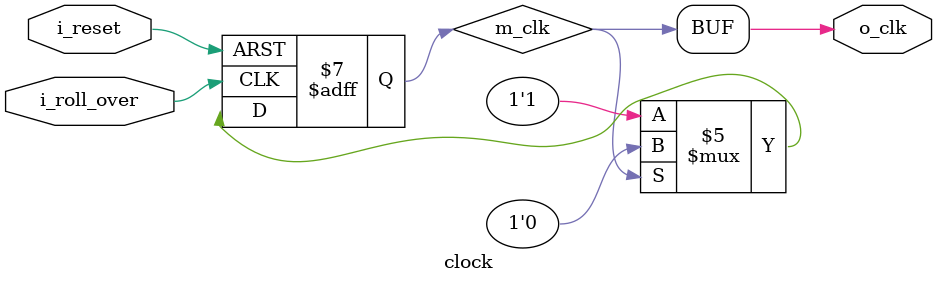
<source format=sv>
/**
 * Outputs a clock signal based on the given rollover signal.
 * The clock signal changes on every positive edge of the rollover signal.
 * On a positive edge of the reset signal, the clock is reset to high.
 *
 * @param i_roll_over rollover signal.
 * @param i_reset reset signal.
 * @param o_clk set to generated clock signal.
 **/
module clock( input  logic i_roll_over,
              input  logic i_reset,
              output logic o_clk );
  logic m_clk;

  always_ff @(posedge i_roll_over, negedge i_reset)
    begin
      if( i_reset == 1'b0 )
        begin
          m_clk <= {1{1'b1}};
        end
      else
        begin
          if( m_clk == 1'b1 )
            begin
              m_clk <= {1{1'b0}};
            end
          else
            begin
              m_clk <= {1{1'b1}};
            end
        end
    end

  assign o_clk = m_clk;
endmodule

</source>
